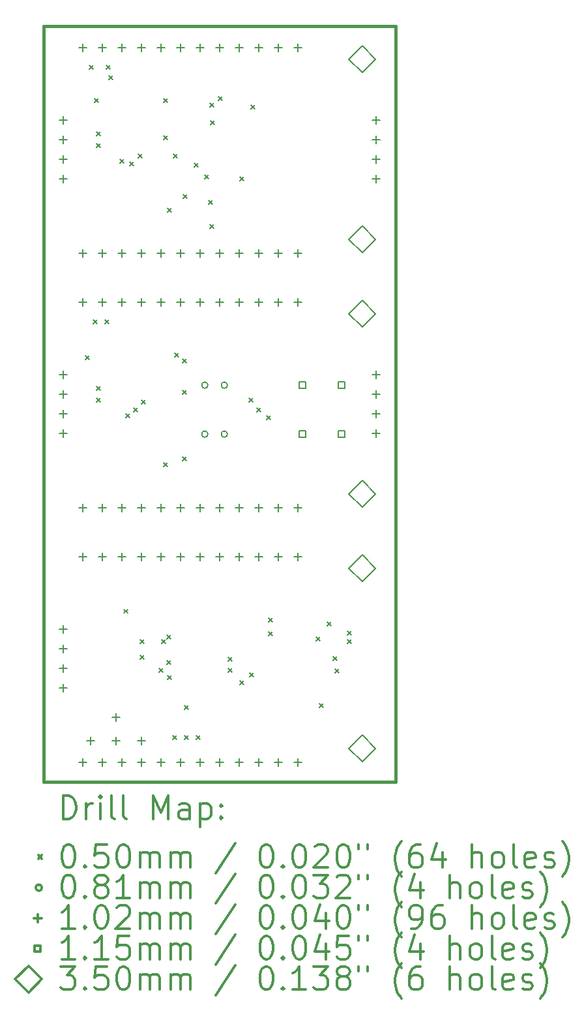
<source format=gbr>
%FSLAX45Y45*%
G04 Gerber Fmt 4.5, Leading zero omitted, Abs format (unit mm)*
G04 Created by KiCad (PCBNEW (after 2015-may-25 BZR unknown)-product) date 15/07/2015 13:21:00*
%MOMM*%
G01*
G04 APERTURE LIST*
%ADD10C,0.127000*%
%ADD11C,0.381000*%
%ADD12C,0.200000*%
%ADD13C,0.300000*%
G04 APERTURE END LIST*
D10*
D11*
X18669000Y-4038600D02*
X18669000Y-13843000D01*
X23241000Y-4038600D02*
X18669000Y-4038600D01*
X23241000Y-13843000D02*
X23241000Y-4038600D01*
X18669000Y-13843000D02*
X23241000Y-13843000D01*
D12*
X19215481Y-8318881D02*
X19265519Y-8368919D01*
X19265519Y-8318881D02*
X19215481Y-8368919D01*
X19266281Y-4546981D02*
X19316319Y-4597019D01*
X19316319Y-4546981D02*
X19266281Y-4597019D01*
X19317081Y-7848981D02*
X19367119Y-7899019D01*
X19367119Y-7848981D02*
X19317081Y-7899019D01*
X19329781Y-4978781D02*
X19379819Y-5028819D01*
X19379819Y-4978781D02*
X19329781Y-5028819D01*
X19355181Y-5410581D02*
X19405219Y-5460619D01*
X19405219Y-5410581D02*
X19355181Y-5460619D01*
X19355181Y-5562981D02*
X19405219Y-5613019D01*
X19405219Y-5562981D02*
X19355181Y-5613019D01*
X19355181Y-8712581D02*
X19405219Y-8762619D01*
X19405219Y-8712581D02*
X19355181Y-8762619D01*
X19355181Y-8864981D02*
X19405219Y-8915019D01*
X19405219Y-8864981D02*
X19355181Y-8915019D01*
X19469481Y-7848981D02*
X19519519Y-7899019D01*
X19519519Y-7848981D02*
X19469481Y-7899019D01*
X19482181Y-4546981D02*
X19532219Y-4597019D01*
X19532219Y-4546981D02*
X19482181Y-4597019D01*
X19519081Y-4687881D02*
X19569119Y-4737919D01*
X19569119Y-4687881D02*
X19519081Y-4737919D01*
X19659981Y-5766181D02*
X19710019Y-5816219D01*
X19710019Y-5766181D02*
X19659981Y-5816219D01*
X19710781Y-11606981D02*
X19760819Y-11657019D01*
X19760819Y-11606981D02*
X19710781Y-11657019D01*
X19736181Y-9068181D02*
X19786219Y-9118219D01*
X19786219Y-9068181D02*
X19736181Y-9118219D01*
X19786981Y-5804281D02*
X19837019Y-5854319D01*
X19837019Y-5804281D02*
X19786981Y-5854319D01*
X19837781Y-8991981D02*
X19887819Y-9042019D01*
X19887819Y-8991981D02*
X19837781Y-9042019D01*
X19901281Y-5702681D02*
X19951319Y-5752719D01*
X19951319Y-5702681D02*
X19901281Y-5752719D01*
X19925931Y-12204331D02*
X19975969Y-12254369D01*
X19975969Y-12204331D02*
X19925931Y-12254369D01*
X19926681Y-12001881D02*
X19976719Y-12051919D01*
X19976719Y-12001881D02*
X19926681Y-12051919D01*
X19939381Y-8890381D02*
X19989419Y-8940419D01*
X19989419Y-8890381D02*
X19939381Y-8940419D01*
X20167981Y-12370181D02*
X20218019Y-12420219D01*
X20218019Y-12370181D02*
X20167981Y-12420219D01*
X20206081Y-12001881D02*
X20256119Y-12051919D01*
X20256119Y-12001881D02*
X20206081Y-12051919D01*
X20231481Y-4978781D02*
X20281519Y-5028819D01*
X20281519Y-4978781D02*
X20231481Y-5028819D01*
X20231481Y-5461381D02*
X20281519Y-5511419D01*
X20281519Y-5461381D02*
X20231481Y-5511419D01*
X20231481Y-9703181D02*
X20281519Y-9753219D01*
X20281519Y-9703181D02*
X20231481Y-9753219D01*
X20269581Y-11938381D02*
X20319619Y-11988419D01*
X20319619Y-11938381D02*
X20269581Y-11988419D01*
X20270331Y-12269331D02*
X20320369Y-12319369D01*
X20320369Y-12269331D02*
X20270331Y-12319369D01*
X20277031Y-12464331D02*
X20327069Y-12514369D01*
X20327069Y-12464331D02*
X20277031Y-12514369D01*
X20282281Y-6401181D02*
X20332319Y-6451219D01*
X20332319Y-6401181D02*
X20282281Y-6451219D01*
X20345781Y-13246481D02*
X20395819Y-13296519D01*
X20395819Y-13246481D02*
X20345781Y-13296519D01*
X20358481Y-5702681D02*
X20408519Y-5752719D01*
X20408519Y-5702681D02*
X20358481Y-5752719D01*
X20371181Y-8280781D02*
X20421219Y-8330819D01*
X20421219Y-8280781D02*
X20371181Y-8330819D01*
X20472781Y-8356981D02*
X20522819Y-8407019D01*
X20522819Y-8356981D02*
X20472781Y-8407019D01*
X20472781Y-8763381D02*
X20522819Y-8813419D01*
X20522819Y-8763381D02*
X20472781Y-8813419D01*
X20472781Y-9626981D02*
X20522819Y-9677019D01*
X20522819Y-9626981D02*
X20472781Y-9677019D01*
X20485481Y-6223381D02*
X20535519Y-6273419D01*
X20535519Y-6223381D02*
X20485481Y-6273419D01*
X20498181Y-12852781D02*
X20548219Y-12902819D01*
X20548219Y-12852781D02*
X20498181Y-12902819D01*
X20498181Y-13246481D02*
X20548219Y-13296519D01*
X20548219Y-13246481D02*
X20498181Y-13296519D01*
X20625181Y-5816981D02*
X20675219Y-5867019D01*
X20675219Y-5816981D02*
X20625181Y-5867019D01*
X20650581Y-13246481D02*
X20700619Y-13296519D01*
X20700619Y-13246481D02*
X20650581Y-13296519D01*
X20764881Y-5969381D02*
X20814919Y-6019419D01*
X20814919Y-5969381D02*
X20764881Y-6019419D01*
X20815681Y-6299581D02*
X20865719Y-6349619D01*
X20865719Y-6299581D02*
X20815681Y-6349619D01*
X20828381Y-5042281D02*
X20878419Y-5092319D01*
X20878419Y-5042281D02*
X20828381Y-5092319D01*
X20828381Y-6617081D02*
X20878419Y-6667119D01*
X20878419Y-6617081D02*
X20828381Y-6667119D01*
X20841081Y-5270881D02*
X20891119Y-5320919D01*
X20891119Y-5270881D02*
X20841081Y-5320919D01*
X20942681Y-4953381D02*
X20992719Y-5003419D01*
X20992719Y-4953381D02*
X20942681Y-5003419D01*
X21069681Y-12230481D02*
X21119719Y-12280519D01*
X21119719Y-12230481D02*
X21069681Y-12280519D01*
X21069681Y-12370181D02*
X21119719Y-12420219D01*
X21119719Y-12370181D02*
X21069681Y-12420219D01*
X21222081Y-5994781D02*
X21272119Y-6044819D01*
X21272119Y-5994781D02*
X21222081Y-6044819D01*
X21222081Y-12535281D02*
X21272119Y-12585319D01*
X21272119Y-12535281D02*
X21222081Y-12585319D01*
X21336381Y-8864981D02*
X21386419Y-8915019D01*
X21386419Y-8864981D02*
X21336381Y-8915019D01*
X21349081Y-12433681D02*
X21399119Y-12483719D01*
X21399119Y-12433681D02*
X21349081Y-12483719D01*
X21361781Y-5067681D02*
X21411819Y-5117719D01*
X21411819Y-5067681D02*
X21361781Y-5117719D01*
X21437981Y-8991981D02*
X21488019Y-9042019D01*
X21488019Y-8991981D02*
X21437981Y-9042019D01*
X21564981Y-9093581D02*
X21615019Y-9143619D01*
X21615019Y-9093581D02*
X21564981Y-9143619D01*
X21590381Y-11722481D02*
X21640419Y-11772519D01*
X21640419Y-11722481D02*
X21590381Y-11772519D01*
X21590381Y-11900281D02*
X21640419Y-11950319D01*
X21640419Y-11900281D02*
X21590381Y-11950319D01*
X22212681Y-11963781D02*
X22262719Y-12013819D01*
X22262719Y-11963781D02*
X22212681Y-12013819D01*
X22250781Y-12827381D02*
X22300819Y-12877419D01*
X22300819Y-12827381D02*
X22250781Y-12877419D01*
X22352381Y-11773281D02*
X22402419Y-11823319D01*
X22402419Y-11773281D02*
X22352381Y-11823319D01*
X22428581Y-12217781D02*
X22478619Y-12267819D01*
X22478619Y-12217781D02*
X22428581Y-12267819D01*
X22453981Y-12382881D02*
X22504019Y-12432919D01*
X22504019Y-12382881D02*
X22453981Y-12432919D01*
X22619081Y-11887581D02*
X22669119Y-11937619D01*
X22669119Y-11887581D02*
X22619081Y-11937619D01*
X22619081Y-12001881D02*
X22669119Y-12051919D01*
X22669119Y-12001881D02*
X22619081Y-12051919D01*
X20805140Y-8699500D02*
G75*
G03X20805140Y-8699500I-40640J0D01*
G01*
X20805140Y-9334500D02*
G75*
G03X20805140Y-9334500I-40640J0D01*
G01*
X21059140Y-8699500D02*
G75*
G03X21059140Y-8699500I-40640J0D01*
G01*
X21059140Y-9334500D02*
G75*
G03X21059140Y-9334500I-40640J0D01*
G01*
X18923000Y-5207000D02*
X18923000Y-5308600D01*
X18872200Y-5257800D02*
X18973800Y-5257800D01*
X18923000Y-5461000D02*
X18923000Y-5562600D01*
X18872200Y-5511800D02*
X18973800Y-5511800D01*
X18923000Y-5715000D02*
X18923000Y-5816600D01*
X18872200Y-5765800D02*
X18973800Y-5765800D01*
X18923000Y-5969000D02*
X18923000Y-6070600D01*
X18872200Y-6019800D02*
X18973800Y-6019800D01*
X18923000Y-8509000D02*
X18923000Y-8610600D01*
X18872200Y-8559800D02*
X18973800Y-8559800D01*
X18923000Y-8763000D02*
X18923000Y-8864600D01*
X18872200Y-8813800D02*
X18973800Y-8813800D01*
X18923000Y-9017000D02*
X18923000Y-9118600D01*
X18872200Y-9067800D02*
X18973800Y-9067800D01*
X18923000Y-9271000D02*
X18923000Y-9372600D01*
X18872200Y-9321800D02*
X18973800Y-9321800D01*
X18923000Y-11811000D02*
X18923000Y-11912600D01*
X18872200Y-11861800D02*
X18973800Y-11861800D01*
X18923000Y-12065000D02*
X18923000Y-12166600D01*
X18872200Y-12115800D02*
X18973800Y-12115800D01*
X18923000Y-12319000D02*
X18923000Y-12420600D01*
X18872200Y-12369800D02*
X18973800Y-12369800D01*
X18923000Y-12573000D02*
X18923000Y-12674600D01*
X18872200Y-12623800D02*
X18973800Y-12623800D01*
X19177000Y-4267200D02*
X19177000Y-4368800D01*
X19126200Y-4318000D02*
X19227800Y-4318000D01*
X19177000Y-6934200D02*
X19177000Y-7035800D01*
X19126200Y-6985000D02*
X19227800Y-6985000D01*
X19177000Y-7569200D02*
X19177000Y-7670800D01*
X19126200Y-7620000D02*
X19227800Y-7620000D01*
X19177000Y-10236200D02*
X19177000Y-10337800D01*
X19126200Y-10287000D02*
X19227800Y-10287000D01*
X19177000Y-10871200D02*
X19177000Y-10972800D01*
X19126200Y-10922000D02*
X19227800Y-10922000D01*
X19177000Y-13538200D02*
X19177000Y-13639800D01*
X19126200Y-13589000D02*
X19227800Y-13589000D01*
X19278600Y-13258800D02*
X19278600Y-13360400D01*
X19227800Y-13309600D02*
X19329400Y-13309600D01*
X19431000Y-4267200D02*
X19431000Y-4368800D01*
X19380200Y-4318000D02*
X19481800Y-4318000D01*
X19431000Y-6934200D02*
X19431000Y-7035800D01*
X19380200Y-6985000D02*
X19481800Y-6985000D01*
X19431000Y-7569200D02*
X19431000Y-7670800D01*
X19380200Y-7620000D02*
X19481800Y-7620000D01*
X19431000Y-10236200D02*
X19431000Y-10337800D01*
X19380200Y-10287000D02*
X19481800Y-10287000D01*
X19431000Y-10871200D02*
X19431000Y-10972800D01*
X19380200Y-10922000D02*
X19481800Y-10922000D01*
X19431000Y-13538200D02*
X19431000Y-13639800D01*
X19380200Y-13589000D02*
X19481800Y-13589000D01*
X19608800Y-12954000D02*
X19608800Y-13055600D01*
X19558000Y-13004800D02*
X19659600Y-13004800D01*
X19608800Y-13258800D02*
X19608800Y-13360400D01*
X19558000Y-13309600D02*
X19659600Y-13309600D01*
X19685000Y-4267200D02*
X19685000Y-4368800D01*
X19634200Y-4318000D02*
X19735800Y-4318000D01*
X19685000Y-6934200D02*
X19685000Y-7035800D01*
X19634200Y-6985000D02*
X19735800Y-6985000D01*
X19685000Y-7569200D02*
X19685000Y-7670800D01*
X19634200Y-7620000D02*
X19735800Y-7620000D01*
X19685000Y-10236200D02*
X19685000Y-10337800D01*
X19634200Y-10287000D02*
X19735800Y-10287000D01*
X19685000Y-10871200D02*
X19685000Y-10972800D01*
X19634200Y-10922000D02*
X19735800Y-10922000D01*
X19685000Y-13538200D02*
X19685000Y-13639800D01*
X19634200Y-13589000D02*
X19735800Y-13589000D01*
X19939000Y-4267200D02*
X19939000Y-4368800D01*
X19888200Y-4318000D02*
X19989800Y-4318000D01*
X19939000Y-6934200D02*
X19939000Y-7035800D01*
X19888200Y-6985000D02*
X19989800Y-6985000D01*
X19939000Y-7569200D02*
X19939000Y-7670800D01*
X19888200Y-7620000D02*
X19989800Y-7620000D01*
X19939000Y-10236200D02*
X19939000Y-10337800D01*
X19888200Y-10287000D02*
X19989800Y-10287000D01*
X19939000Y-10871200D02*
X19939000Y-10972800D01*
X19888200Y-10922000D02*
X19989800Y-10922000D01*
X19939000Y-13258800D02*
X19939000Y-13360400D01*
X19888200Y-13309600D02*
X19989800Y-13309600D01*
X19939000Y-13538200D02*
X19939000Y-13639800D01*
X19888200Y-13589000D02*
X19989800Y-13589000D01*
X20193000Y-4267200D02*
X20193000Y-4368800D01*
X20142200Y-4318000D02*
X20243800Y-4318000D01*
X20193000Y-6934200D02*
X20193000Y-7035800D01*
X20142200Y-6985000D02*
X20243800Y-6985000D01*
X20193000Y-7569200D02*
X20193000Y-7670800D01*
X20142200Y-7620000D02*
X20243800Y-7620000D01*
X20193000Y-10236200D02*
X20193000Y-10337800D01*
X20142200Y-10287000D02*
X20243800Y-10287000D01*
X20193000Y-10871200D02*
X20193000Y-10972800D01*
X20142200Y-10922000D02*
X20243800Y-10922000D01*
X20193000Y-13538200D02*
X20193000Y-13639800D01*
X20142200Y-13589000D02*
X20243800Y-13589000D01*
X20447000Y-4267200D02*
X20447000Y-4368800D01*
X20396200Y-4318000D02*
X20497800Y-4318000D01*
X20447000Y-6934200D02*
X20447000Y-7035800D01*
X20396200Y-6985000D02*
X20497800Y-6985000D01*
X20447000Y-7569200D02*
X20447000Y-7670800D01*
X20396200Y-7620000D02*
X20497800Y-7620000D01*
X20447000Y-10236200D02*
X20447000Y-10337800D01*
X20396200Y-10287000D02*
X20497800Y-10287000D01*
X20447000Y-10871200D02*
X20447000Y-10972800D01*
X20396200Y-10922000D02*
X20497800Y-10922000D01*
X20447000Y-13538200D02*
X20447000Y-13639800D01*
X20396200Y-13589000D02*
X20497800Y-13589000D01*
X20701000Y-4267200D02*
X20701000Y-4368800D01*
X20650200Y-4318000D02*
X20751800Y-4318000D01*
X20701000Y-6934200D02*
X20701000Y-7035800D01*
X20650200Y-6985000D02*
X20751800Y-6985000D01*
X20701000Y-7569200D02*
X20701000Y-7670800D01*
X20650200Y-7620000D02*
X20751800Y-7620000D01*
X20701000Y-10236200D02*
X20701000Y-10337800D01*
X20650200Y-10287000D02*
X20751800Y-10287000D01*
X20701000Y-10871200D02*
X20701000Y-10972800D01*
X20650200Y-10922000D02*
X20751800Y-10922000D01*
X20701000Y-13538200D02*
X20701000Y-13639800D01*
X20650200Y-13589000D02*
X20751800Y-13589000D01*
X20955000Y-4267200D02*
X20955000Y-4368800D01*
X20904200Y-4318000D02*
X21005800Y-4318000D01*
X20955000Y-6934200D02*
X20955000Y-7035800D01*
X20904200Y-6985000D02*
X21005800Y-6985000D01*
X20955000Y-7569200D02*
X20955000Y-7670800D01*
X20904200Y-7620000D02*
X21005800Y-7620000D01*
X20955000Y-10236200D02*
X20955000Y-10337800D01*
X20904200Y-10287000D02*
X21005800Y-10287000D01*
X20955000Y-10871200D02*
X20955000Y-10972800D01*
X20904200Y-10922000D02*
X21005800Y-10922000D01*
X20955000Y-13538200D02*
X20955000Y-13639800D01*
X20904200Y-13589000D02*
X21005800Y-13589000D01*
X21209000Y-4267200D02*
X21209000Y-4368800D01*
X21158200Y-4318000D02*
X21259800Y-4318000D01*
X21209000Y-6934200D02*
X21209000Y-7035800D01*
X21158200Y-6985000D02*
X21259800Y-6985000D01*
X21209000Y-7569200D02*
X21209000Y-7670800D01*
X21158200Y-7620000D02*
X21259800Y-7620000D01*
X21209000Y-10236200D02*
X21209000Y-10337800D01*
X21158200Y-10287000D02*
X21259800Y-10287000D01*
X21209000Y-10871200D02*
X21209000Y-10972800D01*
X21158200Y-10922000D02*
X21259800Y-10922000D01*
X21209000Y-13538200D02*
X21209000Y-13639800D01*
X21158200Y-13589000D02*
X21259800Y-13589000D01*
X21463000Y-4267200D02*
X21463000Y-4368800D01*
X21412200Y-4318000D02*
X21513800Y-4318000D01*
X21463000Y-6934200D02*
X21463000Y-7035800D01*
X21412200Y-6985000D02*
X21513800Y-6985000D01*
X21463000Y-7569200D02*
X21463000Y-7670800D01*
X21412200Y-7620000D02*
X21513800Y-7620000D01*
X21463000Y-10236200D02*
X21463000Y-10337800D01*
X21412200Y-10287000D02*
X21513800Y-10287000D01*
X21463000Y-10871200D02*
X21463000Y-10972800D01*
X21412200Y-10922000D02*
X21513800Y-10922000D01*
X21463000Y-13538200D02*
X21463000Y-13639800D01*
X21412200Y-13589000D02*
X21513800Y-13589000D01*
X21717000Y-4267200D02*
X21717000Y-4368800D01*
X21666200Y-4318000D02*
X21767800Y-4318000D01*
X21717000Y-6934200D02*
X21717000Y-7035800D01*
X21666200Y-6985000D02*
X21767800Y-6985000D01*
X21717000Y-7569200D02*
X21717000Y-7670800D01*
X21666200Y-7620000D02*
X21767800Y-7620000D01*
X21717000Y-10236200D02*
X21717000Y-10337800D01*
X21666200Y-10287000D02*
X21767800Y-10287000D01*
X21717000Y-10871200D02*
X21717000Y-10972800D01*
X21666200Y-10922000D02*
X21767800Y-10922000D01*
X21717000Y-13538200D02*
X21717000Y-13639800D01*
X21666200Y-13589000D02*
X21767800Y-13589000D01*
X21971000Y-4267200D02*
X21971000Y-4368800D01*
X21920200Y-4318000D02*
X22021800Y-4318000D01*
X21971000Y-6934200D02*
X21971000Y-7035800D01*
X21920200Y-6985000D02*
X22021800Y-6985000D01*
X21971000Y-7569200D02*
X21971000Y-7670800D01*
X21920200Y-7620000D02*
X22021800Y-7620000D01*
X21971000Y-10236200D02*
X21971000Y-10337800D01*
X21920200Y-10287000D02*
X22021800Y-10287000D01*
X21971000Y-10871200D02*
X21971000Y-10972800D01*
X21920200Y-10922000D02*
X22021800Y-10922000D01*
X21971000Y-13538200D02*
X21971000Y-13639800D01*
X21920200Y-13589000D02*
X22021800Y-13589000D01*
X22987000Y-5207000D02*
X22987000Y-5308600D01*
X22936200Y-5257800D02*
X23037800Y-5257800D01*
X22987000Y-5461000D02*
X22987000Y-5562600D01*
X22936200Y-5511800D02*
X23037800Y-5511800D01*
X22987000Y-5715000D02*
X22987000Y-5816600D01*
X22936200Y-5765800D02*
X23037800Y-5765800D01*
X22987000Y-5969000D02*
X22987000Y-6070600D01*
X22936200Y-6019800D02*
X23037800Y-6019800D01*
X22987000Y-8509000D02*
X22987000Y-8610600D01*
X22936200Y-8559800D02*
X23037800Y-8559800D01*
X22987000Y-8763000D02*
X22987000Y-8864600D01*
X22936200Y-8813800D02*
X23037800Y-8813800D01*
X22987000Y-9017000D02*
X22987000Y-9118600D01*
X22936200Y-9067800D02*
X23037800Y-9067800D01*
X22987000Y-9271000D02*
X22987000Y-9372600D01*
X22936200Y-9321800D02*
X23037800Y-9321800D01*
X22075181Y-8740181D02*
X22075181Y-8658819D01*
X21993819Y-8658819D01*
X21993819Y-8740181D01*
X22075181Y-8740181D01*
X22075181Y-9375181D02*
X22075181Y-9293819D01*
X21993819Y-9293819D01*
X21993819Y-9375181D01*
X22075181Y-9375181D01*
X22583181Y-8740181D02*
X22583181Y-8658819D01*
X22501819Y-8658819D01*
X22501819Y-8740181D01*
X22583181Y-8740181D01*
X22583181Y-9375181D02*
X22583181Y-9293819D01*
X22501819Y-9293819D01*
X22501819Y-9375181D01*
X22583181Y-9375181D01*
X22809200Y-4645400D02*
X22984200Y-4470400D01*
X22809200Y-4295400D01*
X22634200Y-4470400D01*
X22809200Y-4645400D01*
X22809200Y-6982200D02*
X22984200Y-6807200D01*
X22809200Y-6632200D01*
X22634200Y-6807200D01*
X22809200Y-6982200D01*
X22809200Y-7947400D02*
X22984200Y-7772400D01*
X22809200Y-7597400D01*
X22634200Y-7772400D01*
X22809200Y-7947400D01*
X22809200Y-10284200D02*
X22984200Y-10109200D01*
X22809200Y-9934200D01*
X22634200Y-10109200D01*
X22809200Y-10284200D01*
X22809200Y-11249400D02*
X22984200Y-11074400D01*
X22809200Y-10899400D01*
X22634200Y-11074400D01*
X22809200Y-11249400D01*
X22809200Y-13586200D02*
X22984200Y-13411200D01*
X22809200Y-13236200D01*
X22634200Y-13411200D01*
X22809200Y-13586200D01*
D13*
X18921379Y-14327764D02*
X18921379Y-14027764D01*
X18992807Y-14027764D01*
X19035664Y-14042050D01*
X19064236Y-14070621D01*
X19078521Y-14099193D01*
X19092807Y-14156336D01*
X19092807Y-14199193D01*
X19078521Y-14256336D01*
X19064236Y-14284907D01*
X19035664Y-14313479D01*
X18992807Y-14327764D01*
X18921379Y-14327764D01*
X19221379Y-14327764D02*
X19221379Y-14127764D01*
X19221379Y-14184907D02*
X19235664Y-14156336D01*
X19249950Y-14142050D01*
X19278521Y-14127764D01*
X19307093Y-14127764D01*
X19407093Y-14327764D02*
X19407093Y-14127764D01*
X19407093Y-14027764D02*
X19392807Y-14042050D01*
X19407093Y-14056336D01*
X19421379Y-14042050D01*
X19407093Y-14027764D01*
X19407093Y-14056336D01*
X19592807Y-14327764D02*
X19564236Y-14313479D01*
X19549950Y-14284907D01*
X19549950Y-14027764D01*
X19749950Y-14327764D02*
X19721379Y-14313479D01*
X19707093Y-14284907D01*
X19707093Y-14027764D01*
X20092807Y-14327764D02*
X20092807Y-14027764D01*
X20192807Y-14242050D01*
X20292807Y-14027764D01*
X20292807Y-14327764D01*
X20564236Y-14327764D02*
X20564236Y-14170621D01*
X20549950Y-14142050D01*
X20521379Y-14127764D01*
X20464236Y-14127764D01*
X20435664Y-14142050D01*
X20564236Y-14313479D02*
X20535664Y-14327764D01*
X20464236Y-14327764D01*
X20435664Y-14313479D01*
X20421379Y-14284907D01*
X20421379Y-14256336D01*
X20435664Y-14227764D01*
X20464236Y-14213479D01*
X20535664Y-14213479D01*
X20564236Y-14199193D01*
X20707093Y-14127764D02*
X20707093Y-14427764D01*
X20707093Y-14142050D02*
X20735664Y-14127764D01*
X20792807Y-14127764D01*
X20821379Y-14142050D01*
X20835664Y-14156336D01*
X20849950Y-14184907D01*
X20849950Y-14270621D01*
X20835664Y-14299193D01*
X20821379Y-14313479D01*
X20792807Y-14327764D01*
X20735664Y-14327764D01*
X20707093Y-14313479D01*
X20978521Y-14299193D02*
X20992807Y-14313479D01*
X20978521Y-14327764D01*
X20964236Y-14313479D01*
X20978521Y-14299193D01*
X20978521Y-14327764D01*
X20978521Y-14142050D02*
X20992807Y-14156336D01*
X20978521Y-14170621D01*
X20964236Y-14156336D01*
X20978521Y-14142050D01*
X20978521Y-14170621D01*
X18599912Y-14797031D02*
X18649950Y-14847069D01*
X18649950Y-14797031D02*
X18599912Y-14847069D01*
X18978521Y-14657764D02*
X19007093Y-14657764D01*
X19035664Y-14672050D01*
X19049950Y-14686336D01*
X19064236Y-14714907D01*
X19078521Y-14772050D01*
X19078521Y-14843479D01*
X19064236Y-14900621D01*
X19049950Y-14929193D01*
X19035664Y-14943479D01*
X19007093Y-14957764D01*
X18978521Y-14957764D01*
X18949950Y-14943479D01*
X18935664Y-14929193D01*
X18921379Y-14900621D01*
X18907093Y-14843479D01*
X18907093Y-14772050D01*
X18921379Y-14714907D01*
X18935664Y-14686336D01*
X18949950Y-14672050D01*
X18978521Y-14657764D01*
X19207093Y-14929193D02*
X19221379Y-14943479D01*
X19207093Y-14957764D01*
X19192807Y-14943479D01*
X19207093Y-14929193D01*
X19207093Y-14957764D01*
X19492807Y-14657764D02*
X19349950Y-14657764D01*
X19335664Y-14800621D01*
X19349950Y-14786336D01*
X19378521Y-14772050D01*
X19449950Y-14772050D01*
X19478521Y-14786336D01*
X19492807Y-14800621D01*
X19507093Y-14829193D01*
X19507093Y-14900621D01*
X19492807Y-14929193D01*
X19478521Y-14943479D01*
X19449950Y-14957764D01*
X19378521Y-14957764D01*
X19349950Y-14943479D01*
X19335664Y-14929193D01*
X19692807Y-14657764D02*
X19721379Y-14657764D01*
X19749950Y-14672050D01*
X19764236Y-14686336D01*
X19778521Y-14714907D01*
X19792807Y-14772050D01*
X19792807Y-14843479D01*
X19778521Y-14900621D01*
X19764236Y-14929193D01*
X19749950Y-14943479D01*
X19721379Y-14957764D01*
X19692807Y-14957764D01*
X19664236Y-14943479D01*
X19649950Y-14929193D01*
X19635664Y-14900621D01*
X19621379Y-14843479D01*
X19621379Y-14772050D01*
X19635664Y-14714907D01*
X19649950Y-14686336D01*
X19664236Y-14672050D01*
X19692807Y-14657764D01*
X19921379Y-14957764D02*
X19921379Y-14757764D01*
X19921379Y-14786336D02*
X19935664Y-14772050D01*
X19964236Y-14757764D01*
X20007093Y-14757764D01*
X20035664Y-14772050D01*
X20049950Y-14800621D01*
X20049950Y-14957764D01*
X20049950Y-14800621D02*
X20064236Y-14772050D01*
X20092807Y-14757764D01*
X20135664Y-14757764D01*
X20164236Y-14772050D01*
X20178521Y-14800621D01*
X20178521Y-14957764D01*
X20321379Y-14957764D02*
X20321379Y-14757764D01*
X20321379Y-14786336D02*
X20335664Y-14772050D01*
X20364236Y-14757764D01*
X20407093Y-14757764D01*
X20435664Y-14772050D01*
X20449950Y-14800621D01*
X20449950Y-14957764D01*
X20449950Y-14800621D02*
X20464236Y-14772050D01*
X20492807Y-14757764D01*
X20535664Y-14757764D01*
X20564236Y-14772050D01*
X20578521Y-14800621D01*
X20578521Y-14957764D01*
X21164236Y-14643479D02*
X20907093Y-15029193D01*
X21549950Y-14657764D02*
X21578521Y-14657764D01*
X21607093Y-14672050D01*
X21621378Y-14686336D01*
X21635664Y-14714907D01*
X21649950Y-14772050D01*
X21649950Y-14843479D01*
X21635664Y-14900621D01*
X21621378Y-14929193D01*
X21607093Y-14943479D01*
X21578521Y-14957764D01*
X21549950Y-14957764D01*
X21521378Y-14943479D01*
X21507093Y-14929193D01*
X21492807Y-14900621D01*
X21478521Y-14843479D01*
X21478521Y-14772050D01*
X21492807Y-14714907D01*
X21507093Y-14686336D01*
X21521378Y-14672050D01*
X21549950Y-14657764D01*
X21778521Y-14929193D02*
X21792807Y-14943479D01*
X21778521Y-14957764D01*
X21764236Y-14943479D01*
X21778521Y-14929193D01*
X21778521Y-14957764D01*
X21978521Y-14657764D02*
X22007093Y-14657764D01*
X22035664Y-14672050D01*
X22049950Y-14686336D01*
X22064236Y-14714907D01*
X22078521Y-14772050D01*
X22078521Y-14843479D01*
X22064236Y-14900621D01*
X22049950Y-14929193D01*
X22035664Y-14943479D01*
X22007093Y-14957764D01*
X21978521Y-14957764D01*
X21949950Y-14943479D01*
X21935664Y-14929193D01*
X21921378Y-14900621D01*
X21907093Y-14843479D01*
X21907093Y-14772050D01*
X21921378Y-14714907D01*
X21935664Y-14686336D01*
X21949950Y-14672050D01*
X21978521Y-14657764D01*
X22192807Y-14686336D02*
X22207093Y-14672050D01*
X22235664Y-14657764D01*
X22307093Y-14657764D01*
X22335664Y-14672050D01*
X22349950Y-14686336D01*
X22364236Y-14714907D01*
X22364236Y-14743479D01*
X22349950Y-14786336D01*
X22178521Y-14957764D01*
X22364236Y-14957764D01*
X22549950Y-14657764D02*
X22578521Y-14657764D01*
X22607093Y-14672050D01*
X22621378Y-14686336D01*
X22635664Y-14714907D01*
X22649950Y-14772050D01*
X22649950Y-14843479D01*
X22635664Y-14900621D01*
X22621378Y-14929193D01*
X22607093Y-14943479D01*
X22578521Y-14957764D01*
X22549950Y-14957764D01*
X22521378Y-14943479D01*
X22507093Y-14929193D01*
X22492807Y-14900621D01*
X22478521Y-14843479D01*
X22478521Y-14772050D01*
X22492807Y-14714907D01*
X22507093Y-14686336D01*
X22521378Y-14672050D01*
X22549950Y-14657764D01*
X22764236Y-14657764D02*
X22764236Y-14714907D01*
X22878521Y-14657764D02*
X22878521Y-14714907D01*
X23321378Y-15072050D02*
X23307093Y-15057764D01*
X23278521Y-15014907D01*
X23264235Y-14986336D01*
X23249950Y-14943479D01*
X23235664Y-14872050D01*
X23235664Y-14814907D01*
X23249950Y-14743479D01*
X23264235Y-14700621D01*
X23278521Y-14672050D01*
X23307093Y-14629193D01*
X23321378Y-14614907D01*
X23564235Y-14657764D02*
X23507093Y-14657764D01*
X23478521Y-14672050D01*
X23464235Y-14686336D01*
X23435664Y-14729193D01*
X23421378Y-14786336D01*
X23421378Y-14900621D01*
X23435664Y-14929193D01*
X23449950Y-14943479D01*
X23478521Y-14957764D01*
X23535664Y-14957764D01*
X23564235Y-14943479D01*
X23578521Y-14929193D01*
X23592807Y-14900621D01*
X23592807Y-14829193D01*
X23578521Y-14800621D01*
X23564235Y-14786336D01*
X23535664Y-14772050D01*
X23478521Y-14772050D01*
X23449950Y-14786336D01*
X23435664Y-14800621D01*
X23421378Y-14829193D01*
X23849950Y-14757764D02*
X23849950Y-14957764D01*
X23778521Y-14643479D02*
X23707093Y-14857764D01*
X23892807Y-14857764D01*
X24235664Y-14957764D02*
X24235664Y-14657764D01*
X24364235Y-14957764D02*
X24364235Y-14800621D01*
X24349950Y-14772050D01*
X24321378Y-14757764D01*
X24278521Y-14757764D01*
X24249950Y-14772050D01*
X24235664Y-14786336D01*
X24549950Y-14957764D02*
X24521378Y-14943479D01*
X24507093Y-14929193D01*
X24492807Y-14900621D01*
X24492807Y-14814907D01*
X24507093Y-14786336D01*
X24521378Y-14772050D01*
X24549950Y-14757764D01*
X24592807Y-14757764D01*
X24621378Y-14772050D01*
X24635664Y-14786336D01*
X24649950Y-14814907D01*
X24649950Y-14900621D01*
X24635664Y-14929193D01*
X24621378Y-14943479D01*
X24592807Y-14957764D01*
X24549950Y-14957764D01*
X24821378Y-14957764D02*
X24792807Y-14943479D01*
X24778521Y-14914907D01*
X24778521Y-14657764D01*
X25049950Y-14943479D02*
X25021378Y-14957764D01*
X24964236Y-14957764D01*
X24935664Y-14943479D01*
X24921378Y-14914907D01*
X24921378Y-14800621D01*
X24935664Y-14772050D01*
X24964236Y-14757764D01*
X25021378Y-14757764D01*
X25049950Y-14772050D01*
X25064236Y-14800621D01*
X25064236Y-14829193D01*
X24921378Y-14857764D01*
X25178521Y-14943479D02*
X25207093Y-14957764D01*
X25264236Y-14957764D01*
X25292807Y-14943479D01*
X25307093Y-14914907D01*
X25307093Y-14900621D01*
X25292807Y-14872050D01*
X25264236Y-14857764D01*
X25221378Y-14857764D01*
X25192807Y-14843479D01*
X25178521Y-14814907D01*
X25178521Y-14800621D01*
X25192807Y-14772050D01*
X25221378Y-14757764D01*
X25264236Y-14757764D01*
X25292807Y-14772050D01*
X25407093Y-15072050D02*
X25421378Y-15057764D01*
X25449950Y-15014907D01*
X25464236Y-14986336D01*
X25478521Y-14943479D01*
X25492807Y-14872050D01*
X25492807Y-14814907D01*
X25478521Y-14743479D01*
X25464236Y-14700621D01*
X25449950Y-14672050D01*
X25421378Y-14629193D01*
X25407093Y-14614907D01*
X18649950Y-15218050D02*
G75*
G03X18649950Y-15218050I-40640J0D01*
G01*
X18978521Y-15053764D02*
X19007093Y-15053764D01*
X19035664Y-15068050D01*
X19049950Y-15082336D01*
X19064236Y-15110907D01*
X19078521Y-15168050D01*
X19078521Y-15239479D01*
X19064236Y-15296621D01*
X19049950Y-15325193D01*
X19035664Y-15339479D01*
X19007093Y-15353764D01*
X18978521Y-15353764D01*
X18949950Y-15339479D01*
X18935664Y-15325193D01*
X18921379Y-15296621D01*
X18907093Y-15239479D01*
X18907093Y-15168050D01*
X18921379Y-15110907D01*
X18935664Y-15082336D01*
X18949950Y-15068050D01*
X18978521Y-15053764D01*
X19207093Y-15325193D02*
X19221379Y-15339479D01*
X19207093Y-15353764D01*
X19192807Y-15339479D01*
X19207093Y-15325193D01*
X19207093Y-15353764D01*
X19392807Y-15182336D02*
X19364236Y-15168050D01*
X19349950Y-15153764D01*
X19335664Y-15125193D01*
X19335664Y-15110907D01*
X19349950Y-15082336D01*
X19364236Y-15068050D01*
X19392807Y-15053764D01*
X19449950Y-15053764D01*
X19478521Y-15068050D01*
X19492807Y-15082336D01*
X19507093Y-15110907D01*
X19507093Y-15125193D01*
X19492807Y-15153764D01*
X19478521Y-15168050D01*
X19449950Y-15182336D01*
X19392807Y-15182336D01*
X19364236Y-15196621D01*
X19349950Y-15210907D01*
X19335664Y-15239479D01*
X19335664Y-15296621D01*
X19349950Y-15325193D01*
X19364236Y-15339479D01*
X19392807Y-15353764D01*
X19449950Y-15353764D01*
X19478521Y-15339479D01*
X19492807Y-15325193D01*
X19507093Y-15296621D01*
X19507093Y-15239479D01*
X19492807Y-15210907D01*
X19478521Y-15196621D01*
X19449950Y-15182336D01*
X19792807Y-15353764D02*
X19621379Y-15353764D01*
X19707093Y-15353764D02*
X19707093Y-15053764D01*
X19678521Y-15096621D01*
X19649950Y-15125193D01*
X19621379Y-15139479D01*
X19921379Y-15353764D02*
X19921379Y-15153764D01*
X19921379Y-15182336D02*
X19935664Y-15168050D01*
X19964236Y-15153764D01*
X20007093Y-15153764D01*
X20035664Y-15168050D01*
X20049950Y-15196621D01*
X20049950Y-15353764D01*
X20049950Y-15196621D02*
X20064236Y-15168050D01*
X20092807Y-15153764D01*
X20135664Y-15153764D01*
X20164236Y-15168050D01*
X20178521Y-15196621D01*
X20178521Y-15353764D01*
X20321379Y-15353764D02*
X20321379Y-15153764D01*
X20321379Y-15182336D02*
X20335664Y-15168050D01*
X20364236Y-15153764D01*
X20407093Y-15153764D01*
X20435664Y-15168050D01*
X20449950Y-15196621D01*
X20449950Y-15353764D01*
X20449950Y-15196621D02*
X20464236Y-15168050D01*
X20492807Y-15153764D01*
X20535664Y-15153764D01*
X20564236Y-15168050D01*
X20578521Y-15196621D01*
X20578521Y-15353764D01*
X21164236Y-15039479D02*
X20907093Y-15425193D01*
X21549950Y-15053764D02*
X21578521Y-15053764D01*
X21607093Y-15068050D01*
X21621378Y-15082336D01*
X21635664Y-15110907D01*
X21649950Y-15168050D01*
X21649950Y-15239479D01*
X21635664Y-15296621D01*
X21621378Y-15325193D01*
X21607093Y-15339479D01*
X21578521Y-15353764D01*
X21549950Y-15353764D01*
X21521378Y-15339479D01*
X21507093Y-15325193D01*
X21492807Y-15296621D01*
X21478521Y-15239479D01*
X21478521Y-15168050D01*
X21492807Y-15110907D01*
X21507093Y-15082336D01*
X21521378Y-15068050D01*
X21549950Y-15053764D01*
X21778521Y-15325193D02*
X21792807Y-15339479D01*
X21778521Y-15353764D01*
X21764236Y-15339479D01*
X21778521Y-15325193D01*
X21778521Y-15353764D01*
X21978521Y-15053764D02*
X22007093Y-15053764D01*
X22035664Y-15068050D01*
X22049950Y-15082336D01*
X22064236Y-15110907D01*
X22078521Y-15168050D01*
X22078521Y-15239479D01*
X22064236Y-15296621D01*
X22049950Y-15325193D01*
X22035664Y-15339479D01*
X22007093Y-15353764D01*
X21978521Y-15353764D01*
X21949950Y-15339479D01*
X21935664Y-15325193D01*
X21921378Y-15296621D01*
X21907093Y-15239479D01*
X21907093Y-15168050D01*
X21921378Y-15110907D01*
X21935664Y-15082336D01*
X21949950Y-15068050D01*
X21978521Y-15053764D01*
X22178521Y-15053764D02*
X22364236Y-15053764D01*
X22264236Y-15168050D01*
X22307093Y-15168050D01*
X22335664Y-15182336D01*
X22349950Y-15196621D01*
X22364236Y-15225193D01*
X22364236Y-15296621D01*
X22349950Y-15325193D01*
X22335664Y-15339479D01*
X22307093Y-15353764D01*
X22221378Y-15353764D01*
X22192807Y-15339479D01*
X22178521Y-15325193D01*
X22478521Y-15082336D02*
X22492807Y-15068050D01*
X22521378Y-15053764D01*
X22592807Y-15053764D01*
X22621378Y-15068050D01*
X22635664Y-15082336D01*
X22649950Y-15110907D01*
X22649950Y-15139479D01*
X22635664Y-15182336D01*
X22464235Y-15353764D01*
X22649950Y-15353764D01*
X22764236Y-15053764D02*
X22764236Y-15110907D01*
X22878521Y-15053764D02*
X22878521Y-15110907D01*
X23321378Y-15468050D02*
X23307093Y-15453764D01*
X23278521Y-15410907D01*
X23264235Y-15382336D01*
X23249950Y-15339479D01*
X23235664Y-15268050D01*
X23235664Y-15210907D01*
X23249950Y-15139479D01*
X23264235Y-15096621D01*
X23278521Y-15068050D01*
X23307093Y-15025193D01*
X23321378Y-15010907D01*
X23564235Y-15153764D02*
X23564235Y-15353764D01*
X23492807Y-15039479D02*
X23421378Y-15253764D01*
X23607093Y-15253764D01*
X23949950Y-15353764D02*
X23949950Y-15053764D01*
X24078521Y-15353764D02*
X24078521Y-15196621D01*
X24064235Y-15168050D01*
X24035664Y-15153764D01*
X23992807Y-15153764D01*
X23964235Y-15168050D01*
X23949950Y-15182336D01*
X24264235Y-15353764D02*
X24235664Y-15339479D01*
X24221378Y-15325193D01*
X24207093Y-15296621D01*
X24207093Y-15210907D01*
X24221378Y-15182336D01*
X24235664Y-15168050D01*
X24264235Y-15153764D01*
X24307093Y-15153764D01*
X24335664Y-15168050D01*
X24349950Y-15182336D01*
X24364235Y-15210907D01*
X24364235Y-15296621D01*
X24349950Y-15325193D01*
X24335664Y-15339479D01*
X24307093Y-15353764D01*
X24264235Y-15353764D01*
X24535664Y-15353764D02*
X24507093Y-15339479D01*
X24492807Y-15310907D01*
X24492807Y-15053764D01*
X24764236Y-15339479D02*
X24735664Y-15353764D01*
X24678521Y-15353764D01*
X24649950Y-15339479D01*
X24635664Y-15310907D01*
X24635664Y-15196621D01*
X24649950Y-15168050D01*
X24678521Y-15153764D01*
X24735664Y-15153764D01*
X24764236Y-15168050D01*
X24778521Y-15196621D01*
X24778521Y-15225193D01*
X24635664Y-15253764D01*
X24892807Y-15339479D02*
X24921378Y-15353764D01*
X24978521Y-15353764D01*
X25007093Y-15339479D01*
X25021378Y-15310907D01*
X25021378Y-15296621D01*
X25007093Y-15268050D01*
X24978521Y-15253764D01*
X24935664Y-15253764D01*
X24907093Y-15239479D01*
X24892807Y-15210907D01*
X24892807Y-15196621D01*
X24907093Y-15168050D01*
X24935664Y-15153764D01*
X24978521Y-15153764D01*
X25007093Y-15168050D01*
X25121378Y-15468050D02*
X25135664Y-15453764D01*
X25164236Y-15410907D01*
X25178521Y-15382336D01*
X25192807Y-15339479D01*
X25207093Y-15268050D01*
X25207093Y-15210907D01*
X25192807Y-15139479D01*
X25178521Y-15096621D01*
X25164236Y-15068050D01*
X25135664Y-15025193D01*
X25121378Y-15010907D01*
X18599150Y-15563250D02*
X18599150Y-15664850D01*
X18548350Y-15614050D02*
X18649950Y-15614050D01*
X19078521Y-15749764D02*
X18907093Y-15749764D01*
X18992807Y-15749764D02*
X18992807Y-15449764D01*
X18964236Y-15492621D01*
X18935664Y-15521193D01*
X18907093Y-15535479D01*
X19207093Y-15721193D02*
X19221379Y-15735479D01*
X19207093Y-15749764D01*
X19192807Y-15735479D01*
X19207093Y-15721193D01*
X19207093Y-15749764D01*
X19407093Y-15449764D02*
X19435664Y-15449764D01*
X19464236Y-15464050D01*
X19478521Y-15478336D01*
X19492807Y-15506907D01*
X19507093Y-15564050D01*
X19507093Y-15635479D01*
X19492807Y-15692621D01*
X19478521Y-15721193D01*
X19464236Y-15735479D01*
X19435664Y-15749764D01*
X19407093Y-15749764D01*
X19378521Y-15735479D01*
X19364236Y-15721193D01*
X19349950Y-15692621D01*
X19335664Y-15635479D01*
X19335664Y-15564050D01*
X19349950Y-15506907D01*
X19364236Y-15478336D01*
X19378521Y-15464050D01*
X19407093Y-15449764D01*
X19621379Y-15478336D02*
X19635664Y-15464050D01*
X19664236Y-15449764D01*
X19735664Y-15449764D01*
X19764236Y-15464050D01*
X19778521Y-15478336D01*
X19792807Y-15506907D01*
X19792807Y-15535479D01*
X19778521Y-15578336D01*
X19607093Y-15749764D01*
X19792807Y-15749764D01*
X19921379Y-15749764D02*
X19921379Y-15549764D01*
X19921379Y-15578336D02*
X19935664Y-15564050D01*
X19964236Y-15549764D01*
X20007093Y-15549764D01*
X20035664Y-15564050D01*
X20049950Y-15592621D01*
X20049950Y-15749764D01*
X20049950Y-15592621D02*
X20064236Y-15564050D01*
X20092807Y-15549764D01*
X20135664Y-15549764D01*
X20164236Y-15564050D01*
X20178521Y-15592621D01*
X20178521Y-15749764D01*
X20321379Y-15749764D02*
X20321379Y-15549764D01*
X20321379Y-15578336D02*
X20335664Y-15564050D01*
X20364236Y-15549764D01*
X20407093Y-15549764D01*
X20435664Y-15564050D01*
X20449950Y-15592621D01*
X20449950Y-15749764D01*
X20449950Y-15592621D02*
X20464236Y-15564050D01*
X20492807Y-15549764D01*
X20535664Y-15549764D01*
X20564236Y-15564050D01*
X20578521Y-15592621D01*
X20578521Y-15749764D01*
X21164236Y-15435479D02*
X20907093Y-15821193D01*
X21549950Y-15449764D02*
X21578521Y-15449764D01*
X21607093Y-15464050D01*
X21621378Y-15478336D01*
X21635664Y-15506907D01*
X21649950Y-15564050D01*
X21649950Y-15635479D01*
X21635664Y-15692621D01*
X21621378Y-15721193D01*
X21607093Y-15735479D01*
X21578521Y-15749764D01*
X21549950Y-15749764D01*
X21521378Y-15735479D01*
X21507093Y-15721193D01*
X21492807Y-15692621D01*
X21478521Y-15635479D01*
X21478521Y-15564050D01*
X21492807Y-15506907D01*
X21507093Y-15478336D01*
X21521378Y-15464050D01*
X21549950Y-15449764D01*
X21778521Y-15721193D02*
X21792807Y-15735479D01*
X21778521Y-15749764D01*
X21764236Y-15735479D01*
X21778521Y-15721193D01*
X21778521Y-15749764D01*
X21978521Y-15449764D02*
X22007093Y-15449764D01*
X22035664Y-15464050D01*
X22049950Y-15478336D01*
X22064236Y-15506907D01*
X22078521Y-15564050D01*
X22078521Y-15635479D01*
X22064236Y-15692621D01*
X22049950Y-15721193D01*
X22035664Y-15735479D01*
X22007093Y-15749764D01*
X21978521Y-15749764D01*
X21949950Y-15735479D01*
X21935664Y-15721193D01*
X21921378Y-15692621D01*
X21907093Y-15635479D01*
X21907093Y-15564050D01*
X21921378Y-15506907D01*
X21935664Y-15478336D01*
X21949950Y-15464050D01*
X21978521Y-15449764D01*
X22335664Y-15549764D02*
X22335664Y-15749764D01*
X22264236Y-15435479D02*
X22192807Y-15649764D01*
X22378521Y-15649764D01*
X22549950Y-15449764D02*
X22578521Y-15449764D01*
X22607093Y-15464050D01*
X22621378Y-15478336D01*
X22635664Y-15506907D01*
X22649950Y-15564050D01*
X22649950Y-15635479D01*
X22635664Y-15692621D01*
X22621378Y-15721193D01*
X22607093Y-15735479D01*
X22578521Y-15749764D01*
X22549950Y-15749764D01*
X22521378Y-15735479D01*
X22507093Y-15721193D01*
X22492807Y-15692621D01*
X22478521Y-15635479D01*
X22478521Y-15564050D01*
X22492807Y-15506907D01*
X22507093Y-15478336D01*
X22521378Y-15464050D01*
X22549950Y-15449764D01*
X22764236Y-15449764D02*
X22764236Y-15506907D01*
X22878521Y-15449764D02*
X22878521Y-15506907D01*
X23321378Y-15864050D02*
X23307093Y-15849764D01*
X23278521Y-15806907D01*
X23264235Y-15778336D01*
X23249950Y-15735479D01*
X23235664Y-15664050D01*
X23235664Y-15606907D01*
X23249950Y-15535479D01*
X23264235Y-15492621D01*
X23278521Y-15464050D01*
X23307093Y-15421193D01*
X23321378Y-15406907D01*
X23449950Y-15749764D02*
X23507093Y-15749764D01*
X23535664Y-15735479D01*
X23549950Y-15721193D01*
X23578521Y-15678336D01*
X23592807Y-15621193D01*
X23592807Y-15506907D01*
X23578521Y-15478336D01*
X23564235Y-15464050D01*
X23535664Y-15449764D01*
X23478521Y-15449764D01*
X23449950Y-15464050D01*
X23435664Y-15478336D01*
X23421378Y-15506907D01*
X23421378Y-15578336D01*
X23435664Y-15606907D01*
X23449950Y-15621193D01*
X23478521Y-15635479D01*
X23535664Y-15635479D01*
X23564235Y-15621193D01*
X23578521Y-15606907D01*
X23592807Y-15578336D01*
X23849950Y-15449764D02*
X23792807Y-15449764D01*
X23764235Y-15464050D01*
X23749950Y-15478336D01*
X23721378Y-15521193D01*
X23707093Y-15578336D01*
X23707093Y-15692621D01*
X23721378Y-15721193D01*
X23735664Y-15735479D01*
X23764235Y-15749764D01*
X23821378Y-15749764D01*
X23849950Y-15735479D01*
X23864235Y-15721193D01*
X23878521Y-15692621D01*
X23878521Y-15621193D01*
X23864235Y-15592621D01*
X23849950Y-15578336D01*
X23821378Y-15564050D01*
X23764235Y-15564050D01*
X23735664Y-15578336D01*
X23721378Y-15592621D01*
X23707093Y-15621193D01*
X24235664Y-15749764D02*
X24235664Y-15449764D01*
X24364235Y-15749764D02*
X24364235Y-15592621D01*
X24349950Y-15564050D01*
X24321378Y-15549764D01*
X24278521Y-15549764D01*
X24249950Y-15564050D01*
X24235664Y-15578336D01*
X24549950Y-15749764D02*
X24521378Y-15735479D01*
X24507093Y-15721193D01*
X24492807Y-15692621D01*
X24492807Y-15606907D01*
X24507093Y-15578336D01*
X24521378Y-15564050D01*
X24549950Y-15549764D01*
X24592807Y-15549764D01*
X24621378Y-15564050D01*
X24635664Y-15578336D01*
X24649950Y-15606907D01*
X24649950Y-15692621D01*
X24635664Y-15721193D01*
X24621378Y-15735479D01*
X24592807Y-15749764D01*
X24549950Y-15749764D01*
X24821378Y-15749764D02*
X24792807Y-15735479D01*
X24778521Y-15706907D01*
X24778521Y-15449764D01*
X25049950Y-15735479D02*
X25021378Y-15749764D01*
X24964236Y-15749764D01*
X24935664Y-15735479D01*
X24921378Y-15706907D01*
X24921378Y-15592621D01*
X24935664Y-15564050D01*
X24964236Y-15549764D01*
X25021378Y-15549764D01*
X25049950Y-15564050D01*
X25064236Y-15592621D01*
X25064236Y-15621193D01*
X24921378Y-15649764D01*
X25178521Y-15735479D02*
X25207093Y-15749764D01*
X25264236Y-15749764D01*
X25292807Y-15735479D01*
X25307093Y-15706907D01*
X25307093Y-15692621D01*
X25292807Y-15664050D01*
X25264236Y-15649764D01*
X25221378Y-15649764D01*
X25192807Y-15635479D01*
X25178521Y-15606907D01*
X25178521Y-15592621D01*
X25192807Y-15564050D01*
X25221378Y-15549764D01*
X25264236Y-15549764D01*
X25292807Y-15564050D01*
X25407093Y-15864050D02*
X25421378Y-15849764D01*
X25449950Y-15806907D01*
X25464236Y-15778336D01*
X25478521Y-15735479D01*
X25492807Y-15664050D01*
X25492807Y-15606907D01*
X25478521Y-15535479D01*
X25464236Y-15492621D01*
X25449950Y-15464050D01*
X25421378Y-15421193D01*
X25407093Y-15406907D01*
X18633100Y-16050731D02*
X18633100Y-15969369D01*
X18551738Y-15969369D01*
X18551738Y-16050731D01*
X18633100Y-16050731D01*
X19078521Y-16145764D02*
X18907093Y-16145764D01*
X18992807Y-16145764D02*
X18992807Y-15845764D01*
X18964236Y-15888621D01*
X18935664Y-15917193D01*
X18907093Y-15931479D01*
X19207093Y-16117193D02*
X19221379Y-16131479D01*
X19207093Y-16145764D01*
X19192807Y-16131479D01*
X19207093Y-16117193D01*
X19207093Y-16145764D01*
X19507093Y-16145764D02*
X19335664Y-16145764D01*
X19421378Y-16145764D02*
X19421378Y-15845764D01*
X19392807Y-15888621D01*
X19364236Y-15917193D01*
X19335664Y-15931479D01*
X19778521Y-15845764D02*
X19635664Y-15845764D01*
X19621379Y-15988621D01*
X19635664Y-15974336D01*
X19664236Y-15960050D01*
X19735664Y-15960050D01*
X19764236Y-15974336D01*
X19778521Y-15988621D01*
X19792807Y-16017193D01*
X19792807Y-16088621D01*
X19778521Y-16117193D01*
X19764236Y-16131479D01*
X19735664Y-16145764D01*
X19664236Y-16145764D01*
X19635664Y-16131479D01*
X19621379Y-16117193D01*
X19921379Y-16145764D02*
X19921379Y-15945764D01*
X19921379Y-15974336D02*
X19935664Y-15960050D01*
X19964236Y-15945764D01*
X20007093Y-15945764D01*
X20035664Y-15960050D01*
X20049950Y-15988621D01*
X20049950Y-16145764D01*
X20049950Y-15988621D02*
X20064236Y-15960050D01*
X20092807Y-15945764D01*
X20135664Y-15945764D01*
X20164236Y-15960050D01*
X20178521Y-15988621D01*
X20178521Y-16145764D01*
X20321379Y-16145764D02*
X20321379Y-15945764D01*
X20321379Y-15974336D02*
X20335664Y-15960050D01*
X20364236Y-15945764D01*
X20407093Y-15945764D01*
X20435664Y-15960050D01*
X20449950Y-15988621D01*
X20449950Y-16145764D01*
X20449950Y-15988621D02*
X20464236Y-15960050D01*
X20492807Y-15945764D01*
X20535664Y-15945764D01*
X20564236Y-15960050D01*
X20578521Y-15988621D01*
X20578521Y-16145764D01*
X21164236Y-15831479D02*
X20907093Y-16217193D01*
X21549950Y-15845764D02*
X21578521Y-15845764D01*
X21607093Y-15860050D01*
X21621378Y-15874336D01*
X21635664Y-15902907D01*
X21649950Y-15960050D01*
X21649950Y-16031479D01*
X21635664Y-16088621D01*
X21621378Y-16117193D01*
X21607093Y-16131479D01*
X21578521Y-16145764D01*
X21549950Y-16145764D01*
X21521378Y-16131479D01*
X21507093Y-16117193D01*
X21492807Y-16088621D01*
X21478521Y-16031479D01*
X21478521Y-15960050D01*
X21492807Y-15902907D01*
X21507093Y-15874336D01*
X21521378Y-15860050D01*
X21549950Y-15845764D01*
X21778521Y-16117193D02*
X21792807Y-16131479D01*
X21778521Y-16145764D01*
X21764236Y-16131479D01*
X21778521Y-16117193D01*
X21778521Y-16145764D01*
X21978521Y-15845764D02*
X22007093Y-15845764D01*
X22035664Y-15860050D01*
X22049950Y-15874336D01*
X22064236Y-15902907D01*
X22078521Y-15960050D01*
X22078521Y-16031479D01*
X22064236Y-16088621D01*
X22049950Y-16117193D01*
X22035664Y-16131479D01*
X22007093Y-16145764D01*
X21978521Y-16145764D01*
X21949950Y-16131479D01*
X21935664Y-16117193D01*
X21921378Y-16088621D01*
X21907093Y-16031479D01*
X21907093Y-15960050D01*
X21921378Y-15902907D01*
X21935664Y-15874336D01*
X21949950Y-15860050D01*
X21978521Y-15845764D01*
X22335664Y-15945764D02*
X22335664Y-16145764D01*
X22264236Y-15831479D02*
X22192807Y-16045764D01*
X22378521Y-16045764D01*
X22635664Y-15845764D02*
X22492807Y-15845764D01*
X22478521Y-15988621D01*
X22492807Y-15974336D01*
X22521378Y-15960050D01*
X22592807Y-15960050D01*
X22621378Y-15974336D01*
X22635664Y-15988621D01*
X22649950Y-16017193D01*
X22649950Y-16088621D01*
X22635664Y-16117193D01*
X22621378Y-16131479D01*
X22592807Y-16145764D01*
X22521378Y-16145764D01*
X22492807Y-16131479D01*
X22478521Y-16117193D01*
X22764236Y-15845764D02*
X22764236Y-15902907D01*
X22878521Y-15845764D02*
X22878521Y-15902907D01*
X23321378Y-16260050D02*
X23307093Y-16245764D01*
X23278521Y-16202907D01*
X23264235Y-16174336D01*
X23249950Y-16131479D01*
X23235664Y-16060050D01*
X23235664Y-16002907D01*
X23249950Y-15931479D01*
X23264235Y-15888621D01*
X23278521Y-15860050D01*
X23307093Y-15817193D01*
X23321378Y-15802907D01*
X23564235Y-15945764D02*
X23564235Y-16145764D01*
X23492807Y-15831479D02*
X23421378Y-16045764D01*
X23607093Y-16045764D01*
X23949950Y-16145764D02*
X23949950Y-15845764D01*
X24078521Y-16145764D02*
X24078521Y-15988621D01*
X24064235Y-15960050D01*
X24035664Y-15945764D01*
X23992807Y-15945764D01*
X23964235Y-15960050D01*
X23949950Y-15974336D01*
X24264235Y-16145764D02*
X24235664Y-16131479D01*
X24221378Y-16117193D01*
X24207093Y-16088621D01*
X24207093Y-16002907D01*
X24221378Y-15974336D01*
X24235664Y-15960050D01*
X24264235Y-15945764D01*
X24307093Y-15945764D01*
X24335664Y-15960050D01*
X24349950Y-15974336D01*
X24364235Y-16002907D01*
X24364235Y-16088621D01*
X24349950Y-16117193D01*
X24335664Y-16131479D01*
X24307093Y-16145764D01*
X24264235Y-16145764D01*
X24535664Y-16145764D02*
X24507093Y-16131479D01*
X24492807Y-16102907D01*
X24492807Y-15845764D01*
X24764236Y-16131479D02*
X24735664Y-16145764D01*
X24678521Y-16145764D01*
X24649950Y-16131479D01*
X24635664Y-16102907D01*
X24635664Y-15988621D01*
X24649950Y-15960050D01*
X24678521Y-15945764D01*
X24735664Y-15945764D01*
X24764236Y-15960050D01*
X24778521Y-15988621D01*
X24778521Y-16017193D01*
X24635664Y-16045764D01*
X24892807Y-16131479D02*
X24921378Y-16145764D01*
X24978521Y-16145764D01*
X25007093Y-16131479D01*
X25021378Y-16102907D01*
X25021378Y-16088621D01*
X25007093Y-16060050D01*
X24978521Y-16045764D01*
X24935664Y-16045764D01*
X24907093Y-16031479D01*
X24892807Y-16002907D01*
X24892807Y-15988621D01*
X24907093Y-15960050D01*
X24935664Y-15945764D01*
X24978521Y-15945764D01*
X25007093Y-15960050D01*
X25121378Y-16260050D02*
X25135664Y-16245764D01*
X25164236Y-16202907D01*
X25178521Y-16174336D01*
X25192807Y-16131479D01*
X25207093Y-16060050D01*
X25207093Y-16002907D01*
X25192807Y-15931479D01*
X25178521Y-15888621D01*
X25164236Y-15860050D01*
X25135664Y-15817193D01*
X25121378Y-15802907D01*
X18474950Y-16581050D02*
X18649950Y-16406050D01*
X18474950Y-16231050D01*
X18299950Y-16406050D01*
X18474950Y-16581050D01*
X18892807Y-16241764D02*
X19078521Y-16241764D01*
X18978521Y-16356050D01*
X19021379Y-16356050D01*
X19049950Y-16370336D01*
X19064236Y-16384621D01*
X19078521Y-16413193D01*
X19078521Y-16484621D01*
X19064236Y-16513193D01*
X19049950Y-16527479D01*
X19021379Y-16541764D01*
X18935664Y-16541764D01*
X18907093Y-16527479D01*
X18892807Y-16513193D01*
X19207093Y-16513193D02*
X19221379Y-16527479D01*
X19207093Y-16541764D01*
X19192807Y-16527479D01*
X19207093Y-16513193D01*
X19207093Y-16541764D01*
X19492807Y-16241764D02*
X19349950Y-16241764D01*
X19335664Y-16384621D01*
X19349950Y-16370336D01*
X19378521Y-16356050D01*
X19449950Y-16356050D01*
X19478521Y-16370336D01*
X19492807Y-16384621D01*
X19507093Y-16413193D01*
X19507093Y-16484621D01*
X19492807Y-16513193D01*
X19478521Y-16527479D01*
X19449950Y-16541764D01*
X19378521Y-16541764D01*
X19349950Y-16527479D01*
X19335664Y-16513193D01*
X19692807Y-16241764D02*
X19721379Y-16241764D01*
X19749950Y-16256050D01*
X19764236Y-16270336D01*
X19778521Y-16298907D01*
X19792807Y-16356050D01*
X19792807Y-16427479D01*
X19778521Y-16484621D01*
X19764236Y-16513193D01*
X19749950Y-16527479D01*
X19721379Y-16541764D01*
X19692807Y-16541764D01*
X19664236Y-16527479D01*
X19649950Y-16513193D01*
X19635664Y-16484621D01*
X19621379Y-16427479D01*
X19621379Y-16356050D01*
X19635664Y-16298907D01*
X19649950Y-16270336D01*
X19664236Y-16256050D01*
X19692807Y-16241764D01*
X19921379Y-16541764D02*
X19921379Y-16341764D01*
X19921379Y-16370336D02*
X19935664Y-16356050D01*
X19964236Y-16341764D01*
X20007093Y-16341764D01*
X20035664Y-16356050D01*
X20049950Y-16384621D01*
X20049950Y-16541764D01*
X20049950Y-16384621D02*
X20064236Y-16356050D01*
X20092807Y-16341764D01*
X20135664Y-16341764D01*
X20164236Y-16356050D01*
X20178521Y-16384621D01*
X20178521Y-16541764D01*
X20321379Y-16541764D02*
X20321379Y-16341764D01*
X20321379Y-16370336D02*
X20335664Y-16356050D01*
X20364236Y-16341764D01*
X20407093Y-16341764D01*
X20435664Y-16356050D01*
X20449950Y-16384621D01*
X20449950Y-16541764D01*
X20449950Y-16384621D02*
X20464236Y-16356050D01*
X20492807Y-16341764D01*
X20535664Y-16341764D01*
X20564236Y-16356050D01*
X20578521Y-16384621D01*
X20578521Y-16541764D01*
X21164236Y-16227479D02*
X20907093Y-16613193D01*
X21549950Y-16241764D02*
X21578521Y-16241764D01*
X21607093Y-16256050D01*
X21621378Y-16270336D01*
X21635664Y-16298907D01*
X21649950Y-16356050D01*
X21649950Y-16427479D01*
X21635664Y-16484621D01*
X21621378Y-16513193D01*
X21607093Y-16527479D01*
X21578521Y-16541764D01*
X21549950Y-16541764D01*
X21521378Y-16527479D01*
X21507093Y-16513193D01*
X21492807Y-16484621D01*
X21478521Y-16427479D01*
X21478521Y-16356050D01*
X21492807Y-16298907D01*
X21507093Y-16270336D01*
X21521378Y-16256050D01*
X21549950Y-16241764D01*
X21778521Y-16513193D02*
X21792807Y-16527479D01*
X21778521Y-16541764D01*
X21764236Y-16527479D01*
X21778521Y-16513193D01*
X21778521Y-16541764D01*
X22078521Y-16541764D02*
X21907093Y-16541764D01*
X21992807Y-16541764D02*
X21992807Y-16241764D01*
X21964236Y-16284621D01*
X21935664Y-16313193D01*
X21907093Y-16327479D01*
X22178521Y-16241764D02*
X22364236Y-16241764D01*
X22264236Y-16356050D01*
X22307093Y-16356050D01*
X22335664Y-16370336D01*
X22349950Y-16384621D01*
X22364236Y-16413193D01*
X22364236Y-16484621D01*
X22349950Y-16513193D01*
X22335664Y-16527479D01*
X22307093Y-16541764D01*
X22221378Y-16541764D01*
X22192807Y-16527479D01*
X22178521Y-16513193D01*
X22535664Y-16370336D02*
X22507093Y-16356050D01*
X22492807Y-16341764D01*
X22478521Y-16313193D01*
X22478521Y-16298907D01*
X22492807Y-16270336D01*
X22507093Y-16256050D01*
X22535664Y-16241764D01*
X22592807Y-16241764D01*
X22621378Y-16256050D01*
X22635664Y-16270336D01*
X22649950Y-16298907D01*
X22649950Y-16313193D01*
X22635664Y-16341764D01*
X22621378Y-16356050D01*
X22592807Y-16370336D01*
X22535664Y-16370336D01*
X22507093Y-16384621D01*
X22492807Y-16398907D01*
X22478521Y-16427479D01*
X22478521Y-16484621D01*
X22492807Y-16513193D01*
X22507093Y-16527479D01*
X22535664Y-16541764D01*
X22592807Y-16541764D01*
X22621378Y-16527479D01*
X22635664Y-16513193D01*
X22649950Y-16484621D01*
X22649950Y-16427479D01*
X22635664Y-16398907D01*
X22621378Y-16384621D01*
X22592807Y-16370336D01*
X22764236Y-16241764D02*
X22764236Y-16298907D01*
X22878521Y-16241764D02*
X22878521Y-16298907D01*
X23321378Y-16656050D02*
X23307093Y-16641764D01*
X23278521Y-16598907D01*
X23264235Y-16570336D01*
X23249950Y-16527479D01*
X23235664Y-16456050D01*
X23235664Y-16398907D01*
X23249950Y-16327479D01*
X23264235Y-16284621D01*
X23278521Y-16256050D01*
X23307093Y-16213193D01*
X23321378Y-16198907D01*
X23564235Y-16241764D02*
X23507093Y-16241764D01*
X23478521Y-16256050D01*
X23464235Y-16270336D01*
X23435664Y-16313193D01*
X23421378Y-16370336D01*
X23421378Y-16484621D01*
X23435664Y-16513193D01*
X23449950Y-16527479D01*
X23478521Y-16541764D01*
X23535664Y-16541764D01*
X23564235Y-16527479D01*
X23578521Y-16513193D01*
X23592807Y-16484621D01*
X23592807Y-16413193D01*
X23578521Y-16384621D01*
X23564235Y-16370336D01*
X23535664Y-16356050D01*
X23478521Y-16356050D01*
X23449950Y-16370336D01*
X23435664Y-16384621D01*
X23421378Y-16413193D01*
X23949950Y-16541764D02*
X23949950Y-16241764D01*
X24078521Y-16541764D02*
X24078521Y-16384621D01*
X24064235Y-16356050D01*
X24035664Y-16341764D01*
X23992807Y-16341764D01*
X23964235Y-16356050D01*
X23949950Y-16370336D01*
X24264235Y-16541764D02*
X24235664Y-16527479D01*
X24221378Y-16513193D01*
X24207093Y-16484621D01*
X24207093Y-16398907D01*
X24221378Y-16370336D01*
X24235664Y-16356050D01*
X24264235Y-16341764D01*
X24307093Y-16341764D01*
X24335664Y-16356050D01*
X24349950Y-16370336D01*
X24364235Y-16398907D01*
X24364235Y-16484621D01*
X24349950Y-16513193D01*
X24335664Y-16527479D01*
X24307093Y-16541764D01*
X24264235Y-16541764D01*
X24535664Y-16541764D02*
X24507093Y-16527479D01*
X24492807Y-16498907D01*
X24492807Y-16241764D01*
X24764236Y-16527479D02*
X24735664Y-16541764D01*
X24678521Y-16541764D01*
X24649950Y-16527479D01*
X24635664Y-16498907D01*
X24635664Y-16384621D01*
X24649950Y-16356050D01*
X24678521Y-16341764D01*
X24735664Y-16341764D01*
X24764236Y-16356050D01*
X24778521Y-16384621D01*
X24778521Y-16413193D01*
X24635664Y-16441764D01*
X24892807Y-16527479D02*
X24921378Y-16541764D01*
X24978521Y-16541764D01*
X25007093Y-16527479D01*
X25021378Y-16498907D01*
X25021378Y-16484621D01*
X25007093Y-16456050D01*
X24978521Y-16441764D01*
X24935664Y-16441764D01*
X24907093Y-16427479D01*
X24892807Y-16398907D01*
X24892807Y-16384621D01*
X24907093Y-16356050D01*
X24935664Y-16341764D01*
X24978521Y-16341764D01*
X25007093Y-16356050D01*
X25121378Y-16656050D02*
X25135664Y-16641764D01*
X25164236Y-16598907D01*
X25178521Y-16570336D01*
X25192807Y-16527479D01*
X25207093Y-16456050D01*
X25207093Y-16398907D01*
X25192807Y-16327479D01*
X25178521Y-16284621D01*
X25164236Y-16256050D01*
X25135664Y-16213193D01*
X25121378Y-16198907D01*
M02*

</source>
